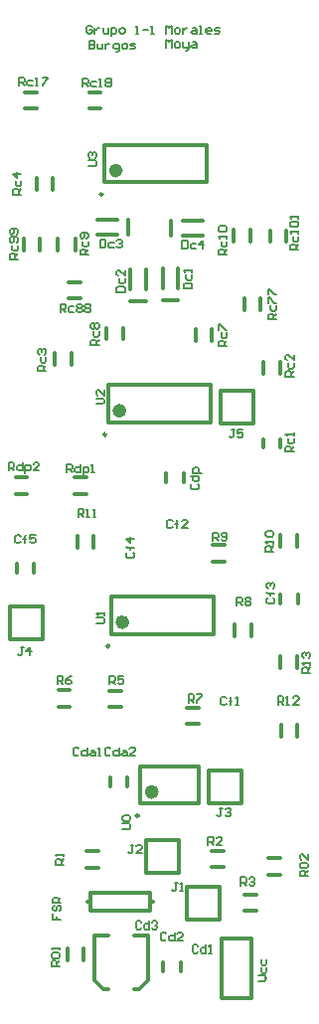
<source format=gbr>
%TF.GenerationSoftware,Altium Limited,Altium Designer,19.0.15 (446)*%
G04 Layer_Color=12040119*
%FSLAX42Y42*%
%MOMM*%
%TF.FileFunction,Legend,Top*%
%TF.Part,Single*%
G01*
G75*
%TA.AperFunction,NonConductor*%
%ADD37C,0.60*%
%ADD38C,0.25*%
%ADD39C,0.30*%
%ADD40C,0.20*%
D37*
X5019Y11233D02*
G03*
X5019Y11233I-30J0D01*
G01*
X5325Y5942D02*
G03*
X5325Y5942I-30J0D01*
G01*
X5050Y9188D02*
G03*
X5050Y9188I-30J0D01*
G01*
X5075Y7388D02*
G03*
X5075Y7388I-30J0D01*
G01*
D38*
X4878Y11030D02*
G03*
X4878Y11030I-12J0D01*
G01*
X5185Y5740D02*
G03*
X5185Y5740I-12J0D01*
G01*
X4909Y8985D02*
G03*
X4909Y8985I-12J0D01*
G01*
X4934Y7185D02*
G03*
X4934Y7185I-12J0D01*
G01*
D39*
X4343Y10555D02*
Y10655D01*
X4208Y10555D02*
Y10655D01*
X4312Y11072D02*
Y11172D01*
X4453Y11072D02*
Y11172D01*
X6392Y8878D02*
Y8947D01*
X6243Y8878D02*
Y8947D01*
X6392Y9505D02*
Y9605D01*
X6243Y9505D02*
Y9605D01*
X4467Y9580D02*
Y9680D01*
X4608Y9580D02*
Y9680D01*
X4760Y11760D02*
X4860D01*
X4760Y11900D02*
X4860D01*
X4212Y11902D02*
X4312D01*
X4212Y11762D02*
X4312D01*
X6303Y10625D02*
Y10725D01*
X6437Y10625D02*
Y10725D01*
X5993Y10630D02*
Y10730D01*
X6133Y10630D02*
Y10730D01*
X4492Y10555D02*
Y10655D01*
X4642Y10555D02*
Y10655D01*
X5767Y11133D02*
Y11453D01*
X4892Y11133D02*
Y11453D01*
X5767D01*
X4892Y11133D02*
X5767D01*
X5458Y10680D02*
Y10810D01*
X5558D02*
X5728D01*
X5558Y10680D02*
X5728D01*
X5098Y10685D02*
Y10815D01*
X4828Y10685D02*
X4998D01*
X4828Y10815D02*
X4998D01*
X5815Y8042D02*
X5915D01*
X5815Y7902D02*
X5915D01*
X4293Y7805D02*
Y7885D01*
X4142Y7805D02*
Y7885D01*
X6538Y7545D02*
Y7625D01*
X6387Y7545D02*
Y7625D01*
X5695Y5842D02*
Y6162D01*
X5195Y5842D02*
Y6162D01*
X5695D01*
X5195Y5842D02*
X5695D01*
X5778Y6125D02*
X6057D01*
Y5845D02*
Y6125D01*
X5778Y5845D02*
X6057D01*
X5778D02*
Y6125D01*
X5882Y9355D02*
X6162D01*
Y9075D02*
Y9355D01*
X5882Y9075D02*
X6162D01*
X5882D02*
Y9355D01*
X4135Y8480D02*
X4235D01*
X4135Y8620D02*
X4235D01*
X6535Y6412D02*
Y6512D01*
X6395Y6412D02*
Y6512D01*
X5592Y6660D02*
X5692D01*
X5592Y6520D02*
X5692D01*
X4498Y6666D02*
X4598D01*
X4498Y6806D02*
X4598D01*
X6223Y10047D02*
Y10147D01*
X6088Y10047D02*
Y10147D01*
X4585Y10280D02*
X4685D01*
X4585Y10145D02*
X4685D01*
X5049Y9795D02*
Y9895D01*
X4909Y9795D02*
Y9895D01*
X5115Y10120D02*
X5245D01*
X5115Y10220D02*
Y10390D01*
X5245Y10220D02*
Y10390D01*
X5390Y10127D02*
X5520D01*
X5390Y10227D02*
Y10398D01*
X5520Y10227D02*
Y10398D01*
X5807Y9782D02*
Y9882D01*
X5667Y9782D02*
Y9882D01*
X5565Y8580D02*
Y8660D01*
X5415Y8580D02*
Y8660D01*
X4640Y8620D02*
X4740D01*
X4640Y8480D02*
X4740D01*
X5805Y5300D02*
X5905D01*
X5805Y5435D02*
X5905D01*
X6393Y6997D02*
Y7097D01*
X6533Y6997D02*
Y7097D01*
X6143Y7270D02*
Y7370D01*
X6003Y7270D02*
Y7370D01*
X6085Y4927D02*
X6185D01*
X6085Y5062D02*
X6185D01*
X5797Y9088D02*
Y9407D01*
X4922Y9088D02*
Y9407D01*
X5797D01*
X4922Y9088D02*
X5797D01*
X4085Y7238D02*
Y7518D01*
Y7238D02*
X4365D01*
Y7518D01*
X4085D02*
X4365D01*
X6530Y8030D02*
Y8130D01*
X6390Y8030D02*
Y8130D01*
X4802Y8020D02*
Y8120D01*
X4662Y8020D02*
Y8120D01*
X5823Y7287D02*
Y7607D01*
X4948Y7287D02*
Y7607D01*
X5823D01*
X4948Y7287D02*
X5823D01*
X4938Y5985D02*
Y6065D01*
X5088Y5985D02*
Y6065D01*
X4933Y6805D02*
X5033D01*
X4933Y6665D02*
X5033D01*
X5595Y4857D02*
Y5137D01*
Y4857D02*
X5875D01*
Y5137D01*
X5595D02*
X5875D01*
X5247Y5250D02*
Y5530D01*
Y5250D02*
X5527D01*
Y5530D01*
X5247D02*
X5527D01*
X6292Y5237D02*
X6392D01*
X6292Y5377D02*
X6392D01*
X5390Y4410D02*
Y4490D01*
X5540Y4410D02*
Y4490D01*
X5260Y4338D02*
Y4715D01*
X5145D02*
X5260D01*
X4810D02*
X4925D01*
X4810Y4338D02*
Y4715D01*
X5145Y4265D02*
X5187D01*
X5260Y4338D01*
X4810D02*
X4883Y4265D01*
X4925D01*
X4737Y5292D02*
X4837D01*
X4737Y5437D02*
X4837D01*
X4715Y4510D02*
Y4610D01*
X4575Y4510D02*
Y4610D01*
X5280Y5010D02*
Y5086D01*
X4772D02*
X5280D01*
X4772Y4934D02*
Y5086D01*
Y4934D02*
X5280D01*
Y5010D01*
X4749D02*
X4772D01*
X5280D02*
X5303D01*
X5888Y4188D02*
X6142D01*
X5888D02*
Y4696D01*
X6142D01*
Y4188D02*
Y4696D01*
D40*
X4760Y12340D02*
Y12270D01*
X4795D01*
X4807Y12282D01*
Y12293D01*
X4795Y12305D01*
X4760D01*
X4795D01*
X4807Y12317D01*
Y12328D01*
X4795Y12340D01*
X4760D01*
X4830Y12317D02*
Y12282D01*
X4842Y12270D01*
X4877D01*
Y12317D01*
X4900D02*
Y12270D01*
Y12293D01*
X4912Y12305D01*
X4923Y12317D01*
X4935D01*
X4993Y12247D02*
X5005D01*
X5017Y12258D01*
Y12317D01*
X4982D01*
X4970Y12305D01*
Y12282D01*
X4982Y12270D01*
X5017D01*
X5052D02*
X5075D01*
X5087Y12282D01*
Y12305D01*
X5075Y12317D01*
X5052D01*
X5040Y12305D01*
Y12282D01*
X5052Y12270D01*
X5110D02*
X5145D01*
X5157Y12282D01*
X5145Y12293D01*
X5122D01*
X5110Y12305D01*
X5122Y12317D01*
X5157D01*
X5420Y12280D02*
Y12350D01*
X5443Y12327D01*
X5467Y12350D01*
Y12280D01*
X5502D02*
X5525D01*
X5537Y12292D01*
Y12315D01*
X5525Y12327D01*
X5502D01*
X5490Y12315D01*
Y12292D01*
X5502Y12280D01*
X5560Y12327D02*
Y12292D01*
X5572Y12280D01*
X5607D01*
Y12268D01*
X5595Y12257D01*
X5583D01*
X5607Y12280D02*
Y12327D01*
X5642D02*
X5665D01*
X5677Y12315D01*
Y12280D01*
X5642D01*
X5630Y12292D01*
X5642Y12303D01*
X5677D01*
X5420Y12400D02*
Y12470D01*
X5443Y12447D01*
X5467Y12470D01*
Y12400D01*
X5502D02*
X5525D01*
X5537Y12412D01*
Y12435D01*
X5525Y12447D01*
X5502D01*
X5490Y12435D01*
Y12412D01*
X5502Y12400D01*
X5560Y12447D02*
Y12400D01*
Y12423D01*
X5572Y12435D01*
X5583Y12447D01*
X5595D01*
X5642D02*
X5665D01*
X5677Y12435D01*
Y12400D01*
X5642D01*
X5630Y12412D01*
X5642Y12423D01*
X5677D01*
X5700Y12400D02*
X5723D01*
X5712D01*
Y12470D01*
X5700D01*
X5793Y12400D02*
X5770D01*
X5758Y12412D01*
Y12435D01*
X5770Y12447D01*
X5793D01*
X5805Y12435D01*
Y12423D01*
X5758D01*
X5828Y12400D02*
X5863D01*
X5875Y12412D01*
X5863Y12423D01*
X5840D01*
X5828Y12435D01*
X5840Y12447D01*
X5875D01*
X4787Y12458D02*
X4775Y12470D01*
X4752D01*
X4740Y12458D01*
Y12412D01*
X4752Y12400D01*
X4775D01*
X4787Y12412D01*
Y12435D01*
X4763D01*
X4810Y12447D02*
Y12400D01*
Y12423D01*
X4822Y12435D01*
X4833Y12447D01*
X4845D01*
X4880D02*
Y12412D01*
X4892Y12400D01*
X4927D01*
Y12447D01*
X4950Y12377D02*
Y12447D01*
X4985D01*
X4997Y12435D01*
Y12412D01*
X4985Y12400D01*
X4950D01*
X5032D02*
X5055D01*
X5067Y12412D01*
Y12435D01*
X5055Y12447D01*
X5032D01*
X5020Y12435D01*
Y12412D01*
X5032Y12400D01*
X5160D02*
X5183D01*
X5172D01*
Y12470D01*
X5160Y12458D01*
X5218Y12435D02*
X5265D01*
X5288Y12400D02*
X5311D01*
X5300D01*
Y12470D01*
X5288Y12458D01*
X4155Y10480D02*
X4085D01*
Y10515D01*
X4097Y10527D01*
X4120D01*
X4132Y10515D01*
Y10480D01*
Y10503D02*
X4155Y10527D01*
X4108Y10597D02*
Y10562D01*
X4120Y10550D01*
X4143D01*
X4155Y10562D01*
Y10597D01*
X4143Y10620D02*
X4155Y10632D01*
Y10655D01*
X4143Y10667D01*
X4097D01*
X4085Y10655D01*
Y10632D01*
X4097Y10620D01*
X4108D01*
X4120Y10632D01*
Y10667D01*
X4143Y10690D02*
X4155Y10702D01*
Y10725D01*
X4143Y10737D01*
X4097D01*
X4085Y10725D01*
Y10702D01*
X4097Y10690D01*
X4108D01*
X4120Y10702D01*
Y10737D01*
X4183Y11030D02*
X4113D01*
Y11065D01*
X4124Y11077D01*
X4148D01*
X4159Y11065D01*
Y11030D01*
Y11053D02*
X4183Y11077D01*
X4136Y11147D02*
Y11112D01*
X4148Y11100D01*
X4171D01*
X4183Y11112D01*
Y11147D01*
Y11205D02*
X4113D01*
X4148Y11170D01*
Y11217D01*
X6505Y8838D02*
X6435D01*
Y8872D01*
X6447Y8884D01*
X6470D01*
X6482Y8872D01*
Y8838D01*
Y8861D02*
X6505Y8884D01*
X6458Y8954D02*
Y8919D01*
X6470Y8907D01*
X6493D01*
X6505Y8919D01*
Y8954D01*
Y8977D02*
Y9001D01*
Y8989D01*
X6435D01*
X6447Y8977D01*
X6505Y9478D02*
X6435D01*
Y9512D01*
X6447Y9524D01*
X6470D01*
X6482Y9512D01*
Y9478D01*
Y9501D02*
X6505Y9524D01*
X6458Y9594D02*
Y9559D01*
X6470Y9547D01*
X6493D01*
X6505Y9559D01*
Y9594D01*
Y9664D02*
Y9617D01*
X6458Y9664D01*
X6447D01*
X6435Y9652D01*
Y9629D01*
X6447Y9617D01*
X4395Y9528D02*
X4325D01*
Y9562D01*
X4337Y9574D01*
X4360D01*
X4372Y9562D01*
Y9528D01*
Y9551D02*
X4395Y9574D01*
X4348Y9644D02*
Y9609D01*
X4360Y9597D01*
X4383D01*
X4395Y9609D01*
Y9644D01*
X4337Y9667D02*
X4325Y9679D01*
Y9702D01*
X4337Y9714D01*
X4348D01*
X4360Y9702D01*
Y9691D01*
Y9702D01*
X4372Y9714D01*
X4383D01*
X4395Y9702D01*
Y9679D01*
X4383Y9667D01*
X4705Y11947D02*
Y12017D01*
X4740D01*
X4752Y12006D01*
Y11982D01*
X4740Y11971D01*
X4705D01*
X4728D02*
X4752Y11947D01*
X4822Y11994D02*
X4787D01*
X4775Y11982D01*
Y11959D01*
X4787Y11947D01*
X4822D01*
X4845D02*
X4868D01*
X4857D01*
Y12017D01*
X4845Y12006D01*
X4903D02*
X4915Y12017D01*
X4938D01*
X4950Y12006D01*
Y11994D01*
X4938Y11982D01*
X4950Y11971D01*
Y11959D01*
X4938Y11947D01*
X4915D01*
X4903Y11959D01*
Y11971D01*
X4915Y11982D01*
X4903Y11994D01*
Y12006D01*
X4915Y11982D02*
X4938D01*
X4165Y11957D02*
Y12027D01*
X4200D01*
X4212Y12016D01*
Y11992D01*
X4200Y11981D01*
X4165D01*
X4188D02*
X4212Y11957D01*
X4282Y12004D02*
X4247D01*
X4235Y11992D01*
Y11969D01*
X4247Y11957D01*
X4282D01*
X4305D02*
X4328D01*
X4317D01*
Y12027D01*
X4305Y12016D01*
X4363Y12027D02*
X4410D01*
Y12016D01*
X4363Y11969D01*
Y11957D01*
X6545Y10557D02*
X6475D01*
Y10592D01*
X6487Y10604D01*
X6510D01*
X6522Y10592D01*
Y10557D01*
Y10581D02*
X6545Y10604D01*
X6498Y10674D02*
Y10639D01*
X6510Y10627D01*
X6533D01*
X6545Y10639D01*
Y10674D01*
Y10697D02*
Y10721D01*
Y10709D01*
X6475D01*
X6487Y10697D01*
Y10756D02*
X6475Y10767D01*
Y10791D01*
X6487Y10802D01*
X6533D01*
X6545Y10791D01*
Y10767D01*
X6533Y10756D01*
X6487D01*
X6545Y10826D02*
Y10849D01*
Y10837D01*
X6475D01*
X6487Y10826D01*
X5935Y10515D02*
X5865D01*
Y10550D01*
X5877Y10562D01*
X5900D01*
X5912Y10550D01*
Y10515D01*
Y10538D02*
X5935Y10562D01*
X5888Y10632D02*
Y10597D01*
X5900Y10585D01*
X5923D01*
X5935Y10597D01*
Y10632D01*
Y10655D02*
Y10678D01*
Y10667D01*
X5865D01*
X5877Y10655D01*
Y10713D02*
X5865Y10725D01*
Y10748D01*
X5877Y10760D01*
X5923D01*
X5935Y10748D01*
Y10725D01*
X5923Y10713D01*
X5877D01*
X4755Y10515D02*
X4685D01*
Y10550D01*
X4697Y10562D01*
X4720D01*
X4732Y10550D01*
Y10515D01*
Y10538D02*
X4755Y10562D01*
X4708Y10632D02*
Y10597D01*
X4720Y10585D01*
X4743D01*
X4755Y10597D01*
Y10632D01*
X4743Y10655D02*
X4755Y10667D01*
Y10690D01*
X4743Y10702D01*
X4697D01*
X4685Y10690D01*
Y10667D01*
X4697Y10655D01*
X4708D01*
X4720Y10667D01*
Y10702D01*
X4754Y11273D02*
X4812D01*
X4824Y11284D01*
Y11307D01*
X4812Y11319D01*
X4754D01*
X4766Y11342D02*
X4754Y11354D01*
Y11377D01*
X4766Y11389D01*
X4777D01*
X4789Y11377D01*
Y11366D01*
Y11377D01*
X4801Y11389D01*
X4812D01*
X4824Y11377D01*
Y11354D01*
X4812Y11342D01*
X5555Y10637D02*
Y10568D01*
X5590D01*
X5602Y10579D01*
Y10626D01*
X5590Y10637D01*
X5555D01*
X5672Y10614D02*
X5637D01*
X5625Y10602D01*
Y10579D01*
X5637Y10568D01*
X5672D01*
X5730D02*
Y10637D01*
X5695Y10602D01*
X5742D01*
X4855Y10647D02*
Y10578D01*
X4890D01*
X4902Y10589D01*
Y10636D01*
X4890Y10647D01*
X4855D01*
X4972Y10624D02*
X4937D01*
X4925Y10612D01*
Y10589D01*
X4937Y10578D01*
X4972D01*
X4995Y10636D02*
X5007Y10647D01*
X5030D01*
X5042Y10636D01*
Y10624D01*
X5030Y10612D01*
X5018D01*
X5030D01*
X5042Y10601D01*
Y10589D01*
X5030Y10578D01*
X5007D01*
X4995Y10589D01*
X5817Y8082D02*
Y8152D01*
X5852D01*
X5864Y8141D01*
Y8117D01*
X5852Y8106D01*
X5817D01*
X5841D02*
X5864Y8082D01*
X5887Y8094D02*
X5899Y8082D01*
X5922D01*
X5934Y8094D01*
Y8141D01*
X5922Y8152D01*
X5899D01*
X5887Y8141D01*
Y8129D01*
X5899Y8117D01*
X5934D01*
X4177Y8118D02*
X4165Y8130D01*
X4142D01*
X4130Y8118D01*
Y8072D01*
X4142Y8060D01*
X4165D01*
X4177Y8072D01*
X4212Y8060D02*
Y8118D01*
Y8095D01*
X4200D01*
X4223D01*
X4212D01*
Y8118D01*
X4223Y8130D01*
X4305D02*
X4258D01*
Y8095D01*
X4282Y8107D01*
X4293D01*
X4305Y8095D01*
Y8072D01*
X4293Y8060D01*
X4270D01*
X4258Y8072D01*
X6284Y7594D02*
X6273Y7582D01*
Y7559D01*
X6284Y7547D01*
X6331D01*
X6342Y7559D01*
Y7582D01*
X6331Y7594D01*
X6342Y7629D02*
X6284D01*
X6308D01*
Y7617D01*
Y7641D01*
Y7629D01*
X6284D01*
X6273Y7641D01*
X6284Y7676D02*
X6273Y7687D01*
Y7711D01*
X6284Y7722D01*
X6296D01*
X6308Y7711D01*
Y7699D01*
Y7711D01*
X6319Y7722D01*
X6331D01*
X6342Y7711D01*
Y7687D01*
X6331Y7676D01*
X5045Y5625D02*
X5103D01*
X5115Y5637D01*
Y5660D01*
X5103Y5672D01*
X5045D01*
X5057Y5695D02*
X5045Y5707D01*
Y5730D01*
X5057Y5742D01*
X5103D01*
X5115Y5730D01*
Y5707D01*
X5103Y5695D01*
X5057D01*
X5897Y5805D02*
X5873D01*
X5885D01*
Y5747D01*
X5873Y5735D01*
X5862D01*
X5850Y5747D01*
X5920Y5793D02*
X5932Y5805D01*
X5955D01*
X5967Y5793D01*
Y5782D01*
X5955Y5770D01*
X5943D01*
X5955D01*
X5967Y5758D01*
Y5747D01*
X5955Y5735D01*
X5932D01*
X5920Y5747D01*
X6647Y6955D02*
X6578D01*
Y6990D01*
X6589Y7002D01*
X6613D01*
X6624Y6990D01*
Y6955D01*
Y6978D02*
X6647Y7002D01*
Y7025D02*
Y7048D01*
Y7037D01*
X6578D01*
X6589Y7025D01*
Y7083D02*
X6578Y7095D01*
Y7118D01*
X6589Y7130D01*
X6601D01*
X6613Y7118D01*
Y7107D01*
Y7118D01*
X6624Y7130D01*
X6636D01*
X6647Y7118D01*
Y7095D01*
X6636Y7083D01*
X6372Y6686D02*
Y6756D01*
X6407D01*
X6418Y6744D01*
Y6721D01*
X6407Y6709D01*
X6372D01*
X6395D02*
X6418Y6686D01*
X6442D02*
X6465D01*
X6453D01*
Y6756D01*
X6442Y6744D01*
X6547Y6686D02*
X6500D01*
X6547Y6732D01*
Y6744D01*
X6535Y6756D01*
X6512D01*
X6500Y6744D01*
X6205Y4329D02*
X6252D01*
X6275Y4352D01*
X6252Y4376D01*
X6205D01*
X6228Y4446D02*
Y4411D01*
X6240Y4399D01*
X6263D01*
X6275Y4411D01*
Y4446D01*
X6228Y4516D02*
Y4481D01*
X6240Y4469D01*
X6263D01*
X6275Y4481D01*
Y4516D01*
X4820Y9247D02*
X4878D01*
X4890Y9259D01*
Y9282D01*
X4878Y9294D01*
X4820D01*
X4890Y9364D02*
Y9317D01*
X4843Y9364D01*
X4831D01*
X4820Y9352D01*
Y9329D01*
X4831Y9317D01*
X4825Y7378D02*
X4883D01*
X4895Y7389D01*
Y7412D01*
X4883Y7424D01*
X4825D01*
X4895Y7447D02*
Y7471D01*
Y7459D01*
X4825D01*
X4837Y7447D01*
X4077Y8677D02*
Y8747D01*
X4112D01*
X4124Y8736D01*
Y8712D01*
X4112Y8701D01*
X4077D01*
X4100D02*
X4124Y8677D01*
X4194Y8747D02*
Y8677D01*
X4159D01*
X4147Y8689D01*
Y8712D01*
X4159Y8724D01*
X4194D01*
X4217Y8654D02*
Y8724D01*
X4252D01*
X4264Y8712D01*
Y8689D01*
X4252Y8677D01*
X4217D01*
X4334D02*
X4287D01*
X4334Y8724D01*
Y8736D01*
X4322Y8747D01*
X4299D01*
X4287Y8736D01*
X4570Y8662D02*
Y8732D01*
X4605D01*
X4617Y8721D01*
Y8697D01*
X4605Y8686D01*
X4570D01*
X4593D02*
X4617Y8662D01*
X4687Y8732D02*
Y8662D01*
X4652D01*
X4640Y8674D01*
Y8697D01*
X4652Y8709D01*
X4687D01*
X4710Y8639D02*
Y8709D01*
X4745D01*
X4757Y8697D01*
Y8674D01*
X4745Y8662D01*
X4710D01*
X4780D02*
X4803D01*
X4792D01*
Y8732D01*
X4780Y8721D01*
X4515Y10028D02*
Y10097D01*
X4550D01*
X4562Y10086D01*
Y10062D01*
X4550Y10051D01*
X4515D01*
X4538D02*
X4562Y10028D01*
X4632Y10074D02*
X4597D01*
X4585Y10062D01*
Y10039D01*
X4597Y10028D01*
X4632D01*
X4655Y10086D02*
X4667Y10097D01*
X4690D01*
X4702Y10086D01*
Y10074D01*
X4690Y10062D01*
X4702Y10051D01*
Y10039D01*
X4690Y10028D01*
X4667D01*
X4655Y10039D01*
Y10051D01*
X4667Y10062D01*
X4655Y10074D01*
Y10086D01*
X4667Y10062D02*
X4690D01*
X4725Y10086D02*
X4737Y10097D01*
X4760D01*
X4772Y10086D01*
Y10074D01*
X4760Y10062D01*
X4772Y10051D01*
Y10039D01*
X4760Y10028D01*
X4737D01*
X4725Y10039D01*
Y10051D01*
X4737Y10062D01*
X4725Y10074D01*
Y10086D01*
X4737Y10062D02*
X4760D01*
X6355Y9968D02*
X6285D01*
Y10002D01*
X6297Y10014D01*
X6320D01*
X6332Y10002D01*
Y9968D01*
Y9991D02*
X6355Y10014D01*
X6308Y10084D02*
Y10049D01*
X6320Y10037D01*
X6343D01*
X6355Y10049D01*
Y10084D01*
X6285Y10107D02*
Y10154D01*
X6297D01*
X6343Y10107D01*
X6355D01*
X6285Y10177D02*
Y10224D01*
X6297D01*
X6343Y10177D01*
X6355D01*
X4845Y9747D02*
X4775D01*
Y9782D01*
X4787Y9794D01*
X4810D01*
X4822Y9782D01*
Y9747D01*
Y9771D02*
X4845Y9794D01*
X4798Y9864D02*
Y9829D01*
X4810Y9817D01*
X4833D01*
X4845Y9829D01*
Y9864D01*
X4787Y9887D02*
X4775Y9899D01*
Y9922D01*
X4787Y9934D01*
X4798D01*
X4810Y9922D01*
X4822Y9934D01*
X4833D01*
X4845Y9922D01*
Y9899D01*
X4833Y9887D01*
X4822D01*
X4810Y9899D01*
X4798Y9887D01*
X4787D01*
X4810Y9899D02*
Y9922D01*
X5935Y9738D02*
X5865D01*
Y9772D01*
X5877Y9784D01*
X5900D01*
X5912Y9772D01*
Y9738D01*
Y9761D02*
X5935Y9784D01*
X5888Y9854D02*
Y9819D01*
X5900Y9807D01*
X5923D01*
X5935Y9819D01*
Y9854D01*
X5865Y9877D02*
Y9924D01*
X5877D01*
X5923Y9877D01*
X5935D01*
X4667Y8285D02*
Y8355D01*
X4702D01*
X4714Y8343D01*
Y8320D01*
X4702Y8308D01*
X4667D01*
X4691D02*
X4714Y8285D01*
X4737D02*
X4761D01*
X4749D01*
Y8355D01*
X4737Y8343D01*
X4796Y8285D02*
X4819D01*
X4807D01*
Y8355D01*
X4796Y8343D01*
X6334Y7988D02*
X6264D01*
Y8022D01*
X6276Y8034D01*
X6299D01*
X6311Y8022D01*
Y7988D01*
Y8011D02*
X6334Y8034D01*
Y8057D02*
Y8081D01*
Y8069D01*
X6264D01*
X6276Y8057D01*
Y8116D02*
X6264Y8127D01*
Y8151D01*
X6276Y8162D01*
X6323D01*
X6334Y8151D01*
Y8127D01*
X6323Y8116D01*
X6276D01*
X6020Y7530D02*
Y7600D01*
X6055D01*
X6067Y7588D01*
Y7565D01*
X6055Y7553D01*
X6020D01*
X6043D02*
X6067Y7530D01*
X6090Y7588D02*
X6102Y7600D01*
X6125D01*
X6137Y7588D01*
Y7577D01*
X6125Y7565D01*
X6137Y7553D01*
Y7542D01*
X6125Y7530D01*
X6102D01*
X6090Y7542D01*
Y7553D01*
X6102Y7565D01*
X6090Y7577D01*
Y7588D01*
X6102Y7565D02*
X6125D01*
X5608Y6703D02*
Y6772D01*
X5642D01*
X5654Y6761D01*
Y6737D01*
X5642Y6726D01*
X5608D01*
X5631D02*
X5654Y6703D01*
X5677Y6772D02*
X5724D01*
Y6761D01*
X5677Y6714D01*
Y6703D01*
X4492Y6860D02*
Y6930D01*
X4527D01*
X4539Y6918D01*
Y6895D01*
X4527Y6883D01*
X4492D01*
X4515D02*
X4539Y6860D01*
X4609Y6930D02*
X4585Y6918D01*
X4562Y6895D01*
Y6872D01*
X4574Y6860D01*
X4597D01*
X4609Y6872D01*
Y6883D01*
X4597Y6895D01*
X4562D01*
X4936Y6857D02*
Y6927D01*
X4971D01*
X4983Y6916D01*
Y6892D01*
X4971Y6881D01*
X4936D01*
X4959D02*
X4983Y6857D01*
X5052Y6927D02*
X5006D01*
Y6892D01*
X5029Y6904D01*
X5041D01*
X5052Y6892D01*
Y6869D01*
X5041Y6857D01*
X5017D01*
X5006Y6869D01*
X6055Y5145D02*
Y5215D01*
X6090D01*
X6102Y5203D01*
Y5180D01*
X6090Y5168D01*
X6055D01*
X6078D02*
X6102Y5145D01*
X6125Y5203D02*
X6137Y5215D01*
X6160D01*
X6172Y5203D01*
Y5192D01*
X6160Y5180D01*
X6148D01*
X6160D01*
X6172Y5168D01*
Y5157D01*
X6160Y5145D01*
X6137D01*
X6125Y5157D01*
X5775Y5488D02*
Y5557D01*
X5810D01*
X5822Y5546D01*
Y5522D01*
X5810Y5511D01*
X5775D01*
X5798D02*
X5822Y5488D01*
X5892D02*
X5845D01*
X5892Y5534D01*
Y5546D01*
X5880Y5557D01*
X5857D01*
X5845Y5546D01*
X6625Y5225D02*
X6555D01*
Y5260D01*
X6567Y5271D01*
X6590D01*
X6602Y5260D01*
Y5225D01*
Y5248D02*
X6625Y5271D01*
X6567Y5295D02*
X6555Y5306D01*
Y5330D01*
X6567Y5341D01*
X6613D01*
X6625Y5330D01*
Y5306D01*
X6613Y5295D01*
X6567D01*
X6625Y5411D02*
Y5365D01*
X6578Y5411D01*
X6567D01*
X6555Y5400D01*
Y5376D01*
X6567Y5365D01*
X4547Y5322D02*
X4478D01*
Y5357D01*
X4489Y5369D01*
X4513D01*
X4524Y5357D01*
Y5322D01*
Y5346D02*
X4547Y5369D01*
Y5392D02*
Y5416D01*
Y5404D01*
X4478D01*
X4489Y5392D01*
X4512Y4458D02*
X4443D01*
Y4492D01*
X4454Y4504D01*
X4478D01*
X4489Y4492D01*
Y4458D01*
Y4481D02*
X4512Y4504D01*
X4454Y4527D02*
X4443Y4539D01*
Y4562D01*
X4454Y4574D01*
X4501D01*
X4512Y4562D01*
Y4539D01*
X4501Y4527D01*
X4454D01*
X4512Y4597D02*
Y4621D01*
Y4609D01*
X4443D01*
X4454Y4597D01*
X6002Y9027D02*
X5978D01*
X5990D01*
Y8969D01*
X5978Y8957D01*
X5967D01*
X5955Y8969D01*
X6072Y9027D02*
X6025D01*
Y8992D01*
X6048Y9004D01*
X6060D01*
X6072Y8992D01*
Y8969D01*
X6060Y8957D01*
X6037D01*
X6025Y8969D01*
X4202Y7177D02*
X4178D01*
X4190D01*
Y7119D01*
X4178Y7107D01*
X4167D01*
X4155Y7119D01*
X4260Y7107D02*
Y7177D01*
X4225Y7142D01*
X4272D01*
X5139Y5490D02*
X5116D01*
X5127D01*
Y5432D01*
X5116Y5420D01*
X5104D01*
X5092Y5432D01*
X5209Y5420D02*
X5162D01*
X5209Y5467D01*
Y5478D01*
X5197Y5490D01*
X5174D01*
X5162Y5478D01*
X5514Y5167D02*
X5491D01*
X5502D01*
Y5109D01*
X5491Y5097D01*
X5479D01*
X5467Y5109D01*
X5537Y5097D02*
X5561D01*
X5549D01*
Y5167D01*
X5537Y5156D01*
X4453Y4904D02*
Y4858D01*
X4488D01*
Y4881D01*
Y4858D01*
X4522D01*
X4464Y4974D02*
X4453Y4962D01*
Y4939D01*
X4464Y4927D01*
X4476D01*
X4488Y4939D01*
Y4962D01*
X4499Y4974D01*
X4511D01*
X4522Y4962D01*
Y4939D01*
X4511Y4927D01*
X4522Y4997D02*
X4453D01*
Y5032D01*
X4464Y5044D01*
X4488D01*
X4499Y5032D01*
Y4997D01*
Y5021D02*
X4522Y5044D01*
X4995Y10199D02*
X5065D01*
Y10234D01*
X5053Y10246D01*
X5007D01*
X4995Y10234D01*
Y10199D01*
X5018Y10316D02*
Y10281D01*
X5030Y10269D01*
X5053D01*
X5065Y10281D01*
Y10316D01*
Y10386D02*
Y10339D01*
X5018Y10386D01*
X5007D01*
X4995Y10374D01*
Y10351D01*
X5007Y10339D01*
X5566Y10230D02*
X5635D01*
Y10265D01*
X5624Y10277D01*
X5577D01*
X5566Y10265D01*
Y10230D01*
X5589Y10347D02*
Y10312D01*
X5601Y10300D01*
X5624D01*
X5635Y10312D01*
Y10347D01*
Y10370D02*
Y10393D01*
Y10382D01*
X5566D01*
X5577Y10370D01*
X5087Y7982D02*
X5075Y7970D01*
Y7947D01*
X5087Y7935D01*
X5133D01*
X5145Y7947D01*
Y7970D01*
X5133Y7982D01*
X5145Y8017D02*
X5087D01*
X5110D01*
Y8005D01*
Y8028D01*
Y8017D01*
X5087D01*
X5075Y8028D01*
X5145Y8098D02*
X5075D01*
X5110Y8063D01*
Y8110D01*
X5472Y8248D02*
X5460Y8260D01*
X5437D01*
X5425Y8248D01*
Y8202D01*
X5437Y8190D01*
X5460D01*
X5472Y8202D01*
X5507Y8190D02*
Y8248D01*
Y8225D01*
X5495D01*
X5518D01*
X5507D01*
Y8248D01*
X5518Y8260D01*
X5600Y8190D02*
X5553D01*
X5600Y8237D01*
Y8248D01*
X5588Y8260D01*
X5565D01*
X5553Y8248D01*
X5931Y6741D02*
X5919Y6753D01*
X5896D01*
X5885Y6741D01*
Y6695D01*
X5896Y6683D01*
X5919D01*
X5931Y6695D01*
X5966Y6683D02*
Y6741D01*
Y6718D01*
X5954D01*
X5978D01*
X5966D01*
Y6741D01*
X5978Y6753D01*
X6013Y6683D02*
X6036D01*
X6024D01*
Y6753D01*
X6013Y6741D01*
X5637Y8564D02*
X5625Y8552D01*
Y8529D01*
X5637Y8518D01*
X5683D01*
X5695Y8529D01*
Y8552D01*
X5683Y8564D01*
X5625Y8634D02*
X5695D01*
Y8599D01*
X5683Y8587D01*
X5660D01*
X5648Y8599D01*
Y8634D01*
X5718Y8657D02*
X5648D01*
Y8692D01*
X5660Y8704D01*
X5683D01*
X5695Y8692D01*
Y8657D01*
X4944Y6308D02*
X4932Y6320D01*
X4909D01*
X4897Y6308D01*
Y6262D01*
X4909Y6250D01*
X4932D01*
X4944Y6262D01*
X5014Y6320D02*
Y6250D01*
X4979D01*
X4967Y6262D01*
Y6285D01*
X4979Y6297D01*
X5014D01*
X5049D02*
X5072D01*
X5084Y6285D01*
Y6250D01*
X5049D01*
X5037Y6262D01*
X5049Y6273D01*
X5084D01*
X5154Y6250D02*
X5107D01*
X5154Y6297D01*
Y6308D01*
X5142Y6320D01*
X5119D01*
X5107Y6308D01*
X4674D02*
X4662Y6320D01*
X4639D01*
X4628Y6308D01*
Y6262D01*
X4639Y6250D01*
X4662D01*
X4674Y6262D01*
X4744Y6320D02*
Y6250D01*
X4709D01*
X4697Y6262D01*
Y6285D01*
X4709Y6297D01*
X4744D01*
X4779D02*
X4802D01*
X4814Y6285D01*
Y6250D01*
X4779D01*
X4767Y6262D01*
X4779Y6273D01*
X4814D01*
X4837Y6250D02*
X4861D01*
X4849D01*
Y6320D01*
X4837Y6308D01*
X5204Y4831D02*
X5192Y4842D01*
X5169D01*
X5158Y4831D01*
Y4784D01*
X5169Y4772D01*
X5192D01*
X5204Y4784D01*
X5274Y4842D02*
Y4772D01*
X5239D01*
X5227Y4784D01*
Y4807D01*
X5239Y4819D01*
X5274D01*
X5297Y4831D02*
X5309Y4842D01*
X5332D01*
X5344Y4831D01*
Y4819D01*
X5332Y4807D01*
X5321D01*
X5332D01*
X5344Y4796D01*
Y4784D01*
X5332Y4772D01*
X5309D01*
X5297Y4784D01*
X5419Y4733D02*
X5407Y4745D01*
X5384D01*
X5372Y4733D01*
Y4687D01*
X5384Y4675D01*
X5407D01*
X5419Y4687D01*
X5489Y4745D02*
Y4675D01*
X5454D01*
X5442Y4687D01*
Y4710D01*
X5454Y4722D01*
X5489D01*
X5559Y4675D02*
X5512D01*
X5559Y4722D01*
Y4733D01*
X5547Y4745D01*
X5524D01*
X5512Y4733D01*
X5689Y4627D02*
X5677Y4639D01*
X5654D01*
X5642Y4627D01*
Y4581D01*
X5654Y4569D01*
X5677D01*
X5689Y4581D01*
X5759Y4639D02*
Y4569D01*
X5724D01*
X5712Y4581D01*
Y4604D01*
X5724Y4616D01*
X5759D01*
X5782Y4569D02*
X5806D01*
X5794D01*
Y4639D01*
X5782Y4627D01*
%TF.MD5,0dfe559e55a518df7d9329b9846aad04*%
M02*

</source>
